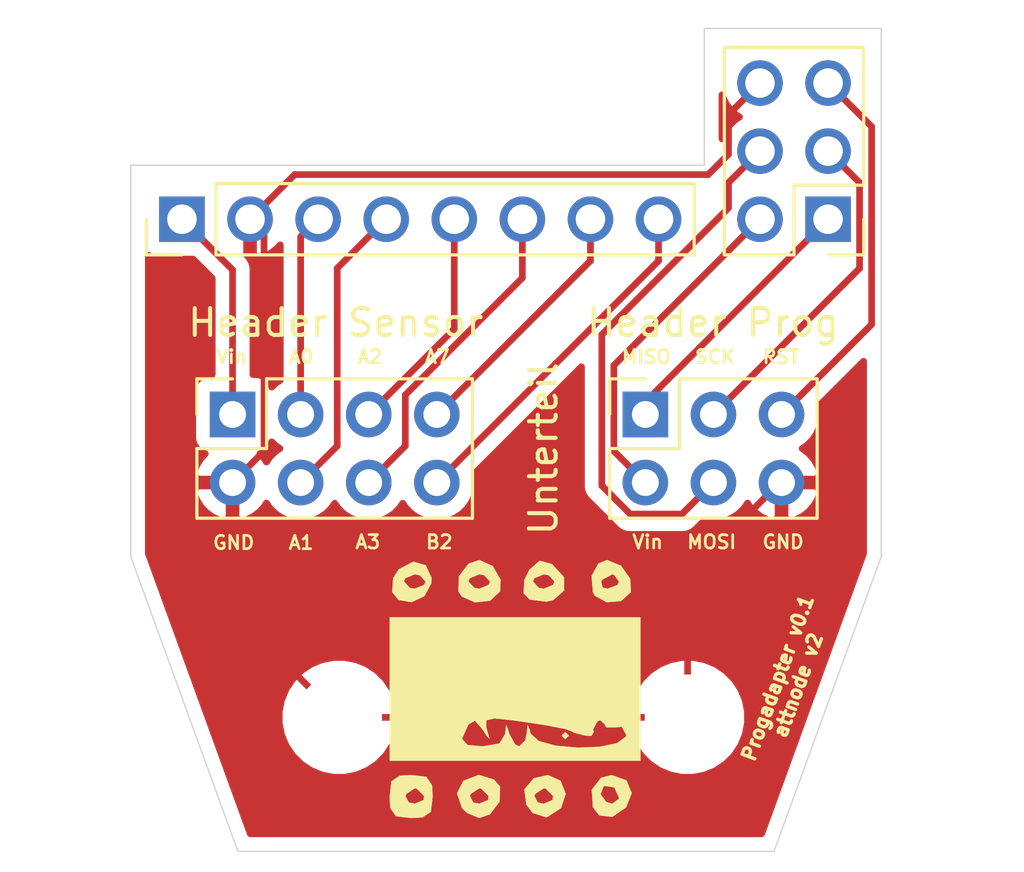
<source format=kicad_pcb>
(kicad_pcb (version 20171130) (host pcbnew "(5.1.8)-1")

  (general
    (thickness 1.6)
    (drawings 24)
    (tracks 50)
    (zones 0)
    (modules 7)
    (nets 14)
  )

  (page A4)
  (layers
    (0 F.Cu signal)
    (31 B.Cu signal)
    (32 B.Adhes user)
    (33 F.Adhes user)
    (34 B.Paste user)
    (35 F.Paste user)
    (36 B.SilkS user)
    (37 F.SilkS user)
    (38 B.Mask user)
    (39 F.Mask user)
    (40 Dwgs.User user)
    (41 Cmts.User user)
    (42 Eco1.User user)
    (43 Eco2.User user hide)
    (44 Edge.Cuts user)
    (45 Margin user)
    (46 B.CrtYd user)
    (47 F.CrtYd user)
    (48 B.Fab user)
    (49 F.Fab user)
  )

  (setup
    (last_trace_width 0.25)
    (trace_clearance 0.2)
    (zone_clearance 0.508)
    (zone_45_only no)
    (trace_min 0.2)
    (via_size 0.8)
    (via_drill 0.4)
    (via_min_size 0.4)
    (via_min_drill 0.3)
    (uvia_size 0.3)
    (uvia_drill 0.1)
    (uvias_allowed no)
    (uvia_min_size 0.2)
    (uvia_min_drill 0.1)
    (edge_width 0.05)
    (segment_width 0.2)
    (pcb_text_width 0.3)
    (pcb_text_size 1.5 1.5)
    (mod_edge_width 0.12)
    (mod_text_size 1 1)
    (mod_text_width 0.15)
    (pad_size 3.2 3.2)
    (pad_drill 3.2)
    (pad_to_mask_clearance 0.051)
    (solder_mask_min_width 0.25)
    (aux_axis_origin 0 0)
    (visible_elements 7FFFFFFF)
    (pcbplotparams
      (layerselection 0x010fc_ffffffff)
      (usegerberextensions false)
      (usegerberattributes false)
      (usegerberadvancedattributes false)
      (creategerberjobfile false)
      (excludeedgelayer true)
      (linewidth 0.100000)
      (plotframeref false)
      (viasonmask false)
      (mode 1)
      (useauxorigin false)
      (hpglpennumber 1)
      (hpglpenspeed 20)
      (hpglpendiameter 15.000000)
      (psnegative false)
      (psa4output false)
      (plotreference true)
      (plotvalue true)
      (plotinvisibletext false)
      (padsonsilk false)
      (subtractmaskfromsilk false)
      (outputformat 1)
      (mirror false)
      (drillshape 0)
      (scaleselection 1)
      (outputdirectory "Gerber/"))
  )

  (net 0 "")
  (net 1 GND)
  (net 2 B2)
  (net 3 A7)
  (net 4 A3)
  (net 5 A2)
  (net 6 A1)
  (net 7 A0)
  (net 8 Vin)
  (net 9 PRG_Vin)
  (net 10 MISO)
  (net 11 MOSI)
  (net 12 SCK)
  (net 13 RST)

  (net_class Default "Dies ist die voreingestellte Netzklasse."
    (clearance 0.2)
    (trace_width 0.25)
    (via_dia 0.8)
    (via_drill 0.4)
    (uvia_dia 0.3)
    (uvia_drill 0.1)
    (add_net A0)
    (add_net A1)
    (add_net A2)
    (add_net A3)
    (add_net A7)
    (add_net B2)
    (add_net GND)
    (add_net MISO)
    (add_net MOSI)
    (add_net PRG_Vin)
    (add_net RST)
    (add_net SCK)
    (add_net Vin)
  )

  (module MountingHole:MountingHole_3.2mm_M3_DIN965 (layer F.Cu) (tedit 5FB16C0F) (tstamp 5FB22D09)
    (at 63.6778 83.1342)
    (descr "Mounting Hole 3.2mm, no annular, M3, DIN965")
    (tags "mounting hole 3.2mm no annular m3 din965")
    (attr virtual)
    (fp_text reference REF** (at 0 -3.8) (layer F.SilkS) hide
      (effects (font (size 1 1) (thickness 0.15)))
    )
    (fp_text value MountingHole_3.2mm_M3_DIN965 (at 0 3.8) (layer F.Fab)
      (effects (font (size 1 1) (thickness 0.15)))
    )
    (fp_circle (center 0 0) (end 2.8 0) (layer Cmts.User) (width 0.15))
    (fp_circle (center 0 0) (end 3.05 0) (layer F.CrtYd) (width 0.05))
    (fp_text user %R (at 0.3 0) (layer F.Fab)
      (effects (font (size 1 1) (thickness 0.15)))
    )
    (pad "" np_thru_hole circle (at 0.0982 -0.0342) (size 3.2 3.2) (drill 3.2) (layers *.Cu *.Mask))
  )

  (module MountingHole:MountingHole_3.2mm_M3_DIN965 (layer F.Cu) (tedit 56D1B4CB) (tstamp 5FB22CDE)
    (at 76.776 83.1)
    (descr "Mounting Hole 3.2mm, no annular, M3, DIN965")
    (tags "mounting hole 3.2mm no annular m3 din965")
    (attr virtual)
    (fp_text reference REF** (at 0 -3.8) (layer F.SilkS) hide
      (effects (font (size 1 1) (thickness 0.15)))
    )
    (fp_text value MountingHole_3.2mm_M3_DIN965 (at 0 3.8) (layer F.Fab)
      (effects (font (size 1 1) (thickness 0.15)))
    )
    (fp_circle (center 0 0) (end 2.8 0) (layer Cmts.User) (width 0.15))
    (fp_circle (center 0 0) (end 3.05 0) (layer F.CrtYd) (width 0.05))
    (fp_text user %R (at 0.3 0) (layer F.Fab)
      (effects (font (size 1 1) (thickness 0.15)))
    )
    (pad 1 np_thru_hole circle (at 0 0) (size 3.2 3.2) (drill 3.2) (layers *.Cu *.Mask))
  )

  (module "Logo Attno.de:Logo_druck" (layer F.Cu) (tedit 0) (tstamp 5FB21F7B)
    (at 70.2056 82.042)
    (fp_text reference G*** (at 0 0) (layer F.SilkS) hide
      (effects (font (size 1.524 1.524) (thickness 0.3)))
    )
    (fp_text value LOGO (at 0.75 0) (layer F.SilkS) hide
      (effects (font (size 1.524 1.524) (thickness 0.3)))
    )
    (fp_poly (pts (xy 2.138947 1.737895) (xy 2.005263 1.871579) (xy 1.871578 1.737895) (xy 2.005263 1.60421)
      (xy 2.138947 1.737895)) (layer F.SilkS) (width 0.01))
    (fp_poly (pts (xy 4.089816 -4.595979) (xy 4.434735 -4.1028) (xy 4.449882 -3.612879) (xy 4.088167 -3.2809)
      (xy 3.55026 -3.237404) (xy 3.109036 -3.48305) (xy 3.03774 -3.609474) (xy 3.005379 -4.010526)
      (xy 3.342105 -4.010526) (xy 3.402717 -3.781632) (xy 3.593694 -3.743158) (xy 3.959511 -3.882751)
      (xy 4.010526 -4.010526) (xy 3.818628 -4.270242) (xy 3.758937 -4.277895) (xy 3.39683 -4.083545)
      (xy 3.342105 -4.010526) (xy 3.005379 -4.010526) (xy 2.988838 -4.215517) (xy 3.2409 -4.683255)
      (xy 3.568344 -4.812632) (xy 4.089816 -4.595979)) (layer F.SilkS) (width 0.01))
    (fp_poly (pts (xy 1.497215 -4.664621) (xy 1.521708 -4.649808) (xy 1.958071 -4.173721) (xy 1.961382 -3.672715)
      (xy 1.558773 -3.320009) (xy 1.304155 -3.2608) (xy 0.68795 -3.334446) (xy 0.453572 -3.569022)
      (xy 0.476776 -4.010526) (xy 0.802105 -4.010526) (xy 1.018662 -3.773323) (xy 1.203157 -3.743158)
      (xy 1.558963 -3.887529) (xy 1.60421 -4.010526) (xy 1.387653 -4.24773) (xy 1.203157 -4.277895)
      (xy 0.847352 -4.133524) (xy 0.802105 -4.010526) (xy 0.476776 -4.010526) (xy 0.480169 -4.075083)
      (xy 0.671125 -4.452433) (xy 1.053407 -4.785038) (xy 1.497215 -4.664621)) (layer F.SilkS) (width 0.01))
    (fp_poly (pts (xy -0.698937 -4.587399) (xy -0.404882 -4.076307) (xy -0.425046 -3.643362) (xy -0.795864 -3.295983)
      (xy -1.358492 -3.230802) (xy -1.850527 -3.44782) (xy -1.981271 -3.643362) (xy -1.968038 -4.010526)
      (xy -1.604211 -4.010526) (xy -1.387654 -3.773323) (xy -1.203158 -3.743158) (xy -0.847353 -3.887529)
      (xy -0.802106 -4.010526) (xy -1.018663 -4.24773) (xy -1.203158 -4.277895) (xy -1.558964 -4.133524)
      (xy -1.604211 -4.010526) (xy -1.968038 -4.010526) (xy -1.960981 -4.206313) (xy -1.604019 -4.673505)
      (xy -1.203158 -4.812632) (xy -0.698937 -4.587399)) (layer F.SilkS) (width 0.01))
    (fp_poly (pts (xy -3.196971 -4.616923) (xy -2.979926 -4.140395) (xy -2.989143 -3.94488) (xy -3.252289 -3.462408)
      (xy -3.731266 -3.239198) (xy -4.214277 -3.323615) (xy -4.449336 -3.611454) (xy -4.423182 -4.010526)
      (xy -4.010527 -4.010526) (xy -3.79397 -3.773323) (xy -3.609474 -3.743158) (xy -3.253669 -3.887529)
      (xy -3.208422 -4.010526) (xy -3.424979 -4.24773) (xy -3.609474 -4.277895) (xy -3.96528 -4.133524)
      (xy -4.010527 -4.010526) (xy -4.423182 -4.010526) (xy -4.414565 -4.142002) (xy -4.201504 -4.468872)
      (xy -3.662664 -4.7517) (xy -3.196971 -4.616923)) (layer F.SilkS) (width 0.01))
    (fp_poly (pts (xy 4.812631 2.673684) (xy -4.545264 2.673684) (xy -4.545264 1.85671) (xy -1.84514 1.85671)
      (xy -1.640977 2.086836) (xy -1.069474 2.138947) (xy -0.449193 2.032284) (xy -0.236914 1.678869)
      (xy -0.236354 1.671053) (xy -0.199008 1.341536) (xy -0.120086 1.531401) (xy -0.083065 1.671053)
      (xy 0.137174 2.067551) (xy 0.286972 2.138947) (xy 0.512231 1.91694) (xy 0.565751 1.671053)
      (xy 0.603097 1.341536) (xy 0.682019 1.531401) (xy 0.71904 1.671053) (xy 1.023883 1.942669)
      (xy 1.661629 2.1152) (xy 2.468428 2.186887) (xy 3.280431 2.155969) (xy 3.933785 2.020685)
      (xy 4.264641 1.779275) (xy 4.277894 1.709289) (xy 4.113499 1.405706) (xy 3.876842 1.43353)
      (xy 3.532945 1.431665) (xy 3.475789 1.312671) (xy 3.31091 1.162077) (xy 3.204059 1.205853)
      (xy 3.040408 1.51151) (xy 3.071649 1.599214) (xy 2.983308 1.745726) (xy 2.741799 1.73488)
      (xy 2.344973 1.633411) (xy 2.272631 1.590545) (xy 2.017938 1.492766) (xy 1.298922 1.353099)
      (xy 0.183184 1.184476) (xy 0.064366 1.16815) (xy -0.638136 1.095906) (xy -0.934809 1.164674)
      (xy -0.945218 1.415944) (xy -0.918078 1.509049) (xy -0.821817 1.851758) (xy -0.926927 1.742986)
      (xy -1.080524 1.50529) (xy -1.365887 1.180679) (xy -1.595147 1.317081) (xy -1.631354 1.371606)
      (xy -1.84514 1.85671) (xy -4.545264 1.85671) (xy -4.545264 -2.673684) (xy 4.812631 -2.673684)
      (xy 4.812631 2.673684)) (layer F.SilkS) (width 0.01))
    (fp_poly (pts (xy 4.289104 3.40888) (xy 4.485854 3.883973) (xy 4.275068 4.414984) (xy 3.760298 4.770967)
      (xy 3.272011 4.712338) (xy 3.03774 4.411579) (xy 3.005955 3.923658) (xy 3.321753 3.923658)
      (xy 3.535729 4.214069) (xy 3.758937 4.277895) (xy 4.005698 4.098505) (xy 4.010526 4.055088)
      (xy 3.836112 3.667614) (xy 3.47406 3.613807) (xy 3.434135 3.635217) (xy 3.321753 3.923658)
      (xy 3.005955 3.923658) (xy 2.995131 3.757507) (xy 3.340792 3.309889) (xy 3.743157 3.208421)
      (xy 4.289104 3.40888)) (layer F.SilkS) (width 0.01))
    (fp_poly (pts (xy 1.830489 3.420844) (xy 2.023085 3.906185) (xy 1.850749 4.436547) (xy 1.843454 4.445467)
      (xy 1.308609 4.788602) (xy 0.789363 4.623462) (xy 0.556657 4.318854) (xy 0.512481 3.990474)
      (xy 0.85335 3.990474) (xy 0.982414 4.234271) (xy 1.203157 4.277895) (xy 1.535916 4.142232)
      (xy 1.552964 3.990474) (xy 1.276938 3.714239) (xy 1.203157 3.703053) (xy 0.889659 3.911204)
      (xy 0.85335 3.990474) (xy 0.512481 3.990474) (xy 0.479001 3.74161) (xy 0.834794 3.328056)
      (xy 1.36171 3.208421) (xy 1.830489 3.420844)) (layer F.SilkS) (width 0.01))
    (fp_poly (pts (xy -0.654718 3.377959) (xy -0.425046 3.643362) (xy -0.445336 4.206313) (xy -0.802298 4.673505)
      (xy -1.203158 4.812632) (xy -1.650245 4.625796) (xy -1.843455 4.445467) (xy -1.999823 3.990474)
      (xy -1.552965 3.990474) (xy -1.423901 4.234271) (xy -1.203158 4.277895) (xy -0.870399 4.142232)
      (xy -0.853351 3.990474) (xy -1.129378 3.714239) (xy -1.203158 3.703053) (xy -1.516657 3.911204)
      (xy -1.552965 3.990474) (xy -1.999823 3.990474) (xy -2.031887 3.897179) (xy -1.795855 3.42208)
      (xy -1.233012 3.208837) (xy -1.203158 3.208421) (xy -0.654718 3.377959)) (layer F.SilkS) (width 0.01))
    (fp_poly (pts (xy -3.175028 3.274671) (xy -2.965626 3.587178) (xy -2.941053 4.010526) (xy -3.007304 4.578657)
      (xy -3.319811 4.788059) (xy -3.743158 4.812632) (xy -4.311289 4.746381) (xy -4.520691 4.433874)
      (xy -4.545264 4.010526) (xy -4.542926 3.990474) (xy -3.959281 3.990474) (xy -3.830217 4.234271)
      (xy -3.609474 4.277895) (xy -3.276715 4.142232) (xy -3.259667 3.990474) (xy -3.535693 3.714239)
      (xy -3.609474 3.703053) (xy -3.922973 3.911204) (xy -3.959281 3.990474) (xy -4.542926 3.990474)
      (xy -4.479013 3.442395) (xy -4.166506 3.232994) (xy -3.743158 3.208421) (xy -3.175028 3.274671)) (layer F.SilkS) (width 0.01))
  )

  (module Connector_PinHeader_2.54mm:PinHeader_2x03_P2.54mm_Vertical (layer F.Cu) (tedit 5FB1263A) (tstamp 5E2A4CBB)
    (at 82.0166 64.516 180)
    (descr "Through hole straight pin header, 2x03, 2.54mm pitch, double rows")
    (tags "Through hole pin header THT 2x03 2.54mm double row")
    (path /5D69C5BF)
    (fp_text reference PRG-Out1 (at 1.27 -1.9304) (layer F.SilkS) hide
      (effects (font (size 0.8 0.8) (thickness 0.1)))
    )
    (fp_text value PRG (at 1.27 7.41) (layer F.Fab) hide
      (effects (font (size 1 1) (thickness 0.15)))
    )
    (fp_line (start 4.35 -1.8) (end -1.8 -1.8) (layer F.CrtYd) (width 0.05))
    (fp_line (start 4.35 6.85) (end 4.35 -1.8) (layer F.CrtYd) (width 0.05))
    (fp_line (start -1.8 6.85) (end 4.35 6.85) (layer F.CrtYd) (width 0.05))
    (fp_line (start -1.8 -1.8) (end -1.8 6.85) (layer F.CrtYd) (width 0.05))
    (fp_line (start -1.33 -1.33) (end 0 -1.33) (layer F.SilkS) (width 0.12))
    (fp_line (start -1.33 0) (end -1.33 -1.33) (layer F.SilkS) (width 0.12))
    (fp_line (start 1.27 -1.33) (end 3.87 -1.33) (layer F.SilkS) (width 0.12))
    (fp_line (start 1.27 1.27) (end 1.27 -1.33) (layer F.SilkS) (width 0.12))
    (fp_line (start -1.33 1.27) (end 1.27 1.27) (layer F.SilkS) (width 0.12))
    (fp_line (start 3.87 -1.33) (end 3.87 6.41) (layer F.SilkS) (width 0.12))
    (fp_line (start -1.33 1.27) (end -1.33 6.41) (layer F.SilkS) (width 0.12))
    (fp_line (start -1.33 6.41) (end 3.87 6.41) (layer F.SilkS) (width 0.12))
    (fp_line (start -1.27 0) (end 0 -1.27) (layer F.Fab) (width 0.1))
    (fp_line (start -1.27 6.35) (end -1.27 0) (layer F.Fab) (width 0.1))
    (fp_line (start 3.81 6.35) (end -1.27 6.35) (layer F.Fab) (width 0.1))
    (fp_line (start 3.81 -1.27) (end 3.81 6.35) (layer F.Fab) (width 0.1))
    (fp_line (start 0 -1.27) (end 3.81 -1.27) (layer F.Fab) (width 0.1))
    (fp_text user %R (at 1.27 2.54 180) (layer F.Fab) hide
      (effects (font (size 1 1) (thickness 0.15)))
    )
    (pad 6 thru_hole oval (at 2.54 5.08 180) (size 1.7 1.7) (drill 1.1) (layers *.Cu *.Mask)
      (net 1 GND))
    (pad 5 thru_hole oval (at 0 5.08 180) (size 1.7 1.7) (drill 1.1) (layers *.Cu *.Mask)
      (net 13 RST))
    (pad 4 thru_hole oval (at 2.54 2.54 180) (size 1.7 1.7) (drill 1.1) (layers *.Cu *.Mask)
      (net 11 MOSI))
    (pad 3 thru_hole oval (at 0 2.54 180) (size 1.7 1.7) (drill 1.1) (layers *.Cu *.Mask)
      (net 12 SCK))
    (pad 2 thru_hole oval (at 2.54 0 180) (size 1.7 1.7) (drill 1.1) (layers *.Cu *.Mask)
      (net 9 PRG_Vin))
    (pad 1 thru_hole rect (at 0 0 180) (size 1.7 1.7) (drill 1.1) (layers *.Cu *.Mask)
      (net 10 MISO))
  )

  (module Connector_PinSocket_2.54mm:PinSocket_2x03_P2.54mm_Vertical (layer F.Cu) (tedit 5A19A425) (tstamp 5FB10B53)
    (at 75.2 71.8 90)
    (descr "Through hole straight socket strip, 2x03, 2.54mm pitch, double cols (from Kicad 4.0.7), script generated")
    (tags "Through hole socket strip THT 2x03 2.54mm double row")
    (path /5FB3D82C)
    (fp_text reference "Header Prog" (at 3.4232 2.524 180) (layer F.SilkS)
      (effects (font (size 1 1) (thickness 0.15)))
    )
    (fp_text value Connector:Conn_01x14_Female (at -1.27 7.85 90) (layer F.Fab) hide
      (effects (font (size 1 1) (thickness 0.15)))
    )
    (fp_line (start -4.34 6.85) (end -4.34 -1.8) (layer F.CrtYd) (width 0.05))
    (fp_line (start 1.76 6.85) (end -4.34 6.85) (layer F.CrtYd) (width 0.05))
    (fp_line (start 1.76 -1.8) (end 1.76 6.85) (layer F.CrtYd) (width 0.05))
    (fp_line (start -4.34 -1.8) (end 1.76 -1.8) (layer F.CrtYd) (width 0.05))
    (fp_line (start 0 -1.33) (end 1.33 -1.33) (layer F.SilkS) (width 0.12))
    (fp_line (start 1.33 -1.33) (end 1.33 0) (layer F.SilkS) (width 0.12))
    (fp_line (start -1.27 -1.33) (end -1.27 1.27) (layer F.SilkS) (width 0.12))
    (fp_line (start -1.27 1.27) (end 1.33 1.27) (layer F.SilkS) (width 0.12))
    (fp_line (start 1.33 1.27) (end 1.33 6.41) (layer F.SilkS) (width 0.12))
    (fp_line (start -3.87 6.41) (end 1.33 6.41) (layer F.SilkS) (width 0.12))
    (fp_line (start -3.87 -1.33) (end -3.87 6.41) (layer F.SilkS) (width 0.12))
    (fp_line (start -3.87 -1.33) (end -1.27 -1.33) (layer F.SilkS) (width 0.12))
    (fp_line (start -3.81 6.35) (end -3.81 -1.27) (layer F.Fab) (width 0.1))
    (fp_line (start 1.27 6.35) (end -3.81 6.35) (layer F.Fab) (width 0.1))
    (fp_line (start 1.27 -0.27) (end 1.27 6.35) (layer F.Fab) (width 0.1))
    (fp_line (start 0.27 -1.27) (end 1.27 -0.27) (layer F.Fab) (width 0.1))
    (fp_line (start -3.81 -1.27) (end 0.27 -1.27) (layer F.Fab) (width 0.1))
    (fp_text user %R (at -1.27 2.54) (layer F.Fab)
      (effects (font (size 1 1) (thickness 0.15)))
    )
    (pad 1 thru_hole rect (at 0 0 90) (size 1.7 1.7) (drill 1) (layers *.Cu *.Mask)
      (net 10 MISO))
    (pad 2 thru_hole oval (at -2.54 0 90) (size 1.7 1.7) (drill 1) (layers *.Cu *.Mask)
      (net 9 PRG_Vin))
    (pad 3 thru_hole oval (at 0 2.54 90) (size 1.7 1.7) (drill 1) (layers *.Cu *.Mask)
      (net 12 SCK))
    (pad 4 thru_hole oval (at -2.54 2.54 90) (size 1.7 1.7) (drill 1) (layers *.Cu *.Mask)
      (net 11 MOSI))
    (pad 5 thru_hole oval (at 0 5.08 90) (size 1.7 1.7) (drill 1) (layers *.Cu *.Mask)
      (net 13 RST))
    (pad 6 thru_hole oval (at -2.54 5.08 90) (size 1.7 1.7) (drill 1) (layers *.Cu *.Mask)
      (net 1 GND))
  )

  (module Connector_PinHeader_2.54mm:PinHeader_1x08_P2.54mm_Vertical (layer F.Cu) (tedit 5FB12615) (tstamp 5E2A8742)
    (at 57.912 64.516 90)
    (descr "Through hole straight pin header, 1x08, 2.54mm pitch, single row")
    (tags "Through hole pin header THT 1x08 2.54mm single row")
    (path /5D68DC89)
    (fp_text reference J1 (at 1.8923 -0.0381) (layer F.SilkS) hide
      (effects (font (size 0.8 0.8) (thickness 0.1)))
    )
    (fp_text value J1 (at 0 20.11 90) (layer F.Fab) hide
      (effects (font (size 1 1) (thickness 0.15)))
    )
    (fp_line (start 1.8 -1.8) (end -1.8 -1.8) (layer F.CrtYd) (width 0.05))
    (fp_line (start 1.8 19.55) (end 1.8 -1.8) (layer F.CrtYd) (width 0.05))
    (fp_line (start -1.8 19.55) (end 1.8 19.55) (layer F.CrtYd) (width 0.05))
    (fp_line (start -1.8 -1.8) (end -1.8 19.55) (layer F.CrtYd) (width 0.05))
    (fp_line (start -1.33 -1.33) (end 0 -1.33) (layer F.SilkS) (width 0.12))
    (fp_line (start -1.33 0) (end -1.33 -1.33) (layer F.SilkS) (width 0.12))
    (fp_line (start -1.33 1.27) (end 1.33 1.27) (layer F.SilkS) (width 0.12))
    (fp_line (start 1.33 1.27) (end 1.33 19.11) (layer F.SilkS) (width 0.12))
    (fp_line (start -1.33 1.27) (end -1.33 19.11) (layer F.SilkS) (width 0.12))
    (fp_line (start -1.33 19.11) (end 1.33 19.11) (layer F.SilkS) (width 0.12))
    (fp_line (start -1.27 -0.635) (end -0.635 -1.27) (layer F.Fab) (width 0.1))
    (fp_line (start -1.27 19.05) (end -1.27 -0.635) (layer F.Fab) (width 0.1))
    (fp_line (start 1.27 19.05) (end -1.27 19.05) (layer F.Fab) (width 0.1))
    (fp_line (start 1.27 -1.27) (end 1.27 19.05) (layer F.Fab) (width 0.1))
    (fp_line (start -0.635 -1.27) (end 1.27 -1.27) (layer F.Fab) (width 0.1))
    (fp_text user %R (at 0 8.89) (layer F.Fab) hide
      (effects (font (size 1 1) (thickness 0.15)))
    )
    (pad 8 thru_hole oval (at 0 17.78 90) (size 1.7 1.7) (drill 1.1) (layers *.Cu *.Mask)
      (net 2 B2))
    (pad 7 thru_hole oval (at 0 15.24 90) (size 1.7 1.7) (drill 1.1) (layers *.Cu *.Mask)
      (net 3 A7))
    (pad 6 thru_hole oval (at 0 12.7 90) (size 1.7 1.7) (drill 1.1) (layers *.Cu *.Mask)
      (net 4 A3))
    (pad 5 thru_hole oval (at 0 10.16 90) (size 1.7 1.7) (drill 1.1) (layers *.Cu *.Mask)
      (net 5 A2))
    (pad 4 thru_hole oval (at 0 7.62 90) (size 1.7 1.7) (drill 1.1) (layers *.Cu *.Mask)
      (net 6 A1))
    (pad 3 thru_hole oval (at 0 5.08 90) (size 1.7 1.7) (drill 1.1) (layers *.Cu *.Mask)
      (net 7 A0))
    (pad 2 thru_hole oval (at 0 2.54 90) (size 1.7 1.7) (drill 1.1) (layers *.Cu *.Mask)
      (net 1 GND))
    (pad 1 thru_hole rect (at 0 0 90) (size 1.7 1.7) (drill 1.1) (layers *.Cu *.Mask)
      (net 8 Vin))
  )

  (module Connector_PinSocket_2.54mm:PinSocket_2x04_P2.54mm_Vertical (layer F.Cu) (tedit 5A19A422) (tstamp 5FB12780)
    (at 59.8 71.8 90)
    (descr "Through hole straight socket strip, 2x04, 2.54mm pitch, double cols (from Kicad 4.0.7), script generated")
    (tags "Through hole socket strip THT 2x04 2.54mm double row")
    (path /5FB110AB)
    (fp_text reference "Header Sensor" (at 3.4232 3.8524 180) (layer F.SilkS)
      (effects (font (size 1 1) (thickness 0.15)))
    )
    (fp_text value Connector:Conn_01x14_Female (at -1.27 10.39 90) (layer F.Fab)
      (effects (font (size 1 1) (thickness 0.15)))
    )
    (fp_line (start -3.81 -1.27) (end 0.27 -1.27) (layer F.Fab) (width 0.1))
    (fp_line (start 0.27 -1.27) (end 1.27 -0.27) (layer F.Fab) (width 0.1))
    (fp_line (start 1.27 -0.27) (end 1.27 8.89) (layer F.Fab) (width 0.1))
    (fp_line (start 1.27 8.89) (end -3.81 8.89) (layer F.Fab) (width 0.1))
    (fp_line (start -3.81 8.89) (end -3.81 -1.27) (layer F.Fab) (width 0.1))
    (fp_line (start -3.87 -1.33) (end -1.27 -1.33) (layer F.SilkS) (width 0.12))
    (fp_line (start -3.87 -1.33) (end -3.87 8.95) (layer F.SilkS) (width 0.12))
    (fp_line (start -3.87 8.95) (end 1.33 8.95) (layer F.SilkS) (width 0.12))
    (fp_line (start 1.33 1.27) (end 1.33 8.95) (layer F.SilkS) (width 0.12))
    (fp_line (start -1.27 1.27) (end 1.33 1.27) (layer F.SilkS) (width 0.12))
    (fp_line (start -1.27 -1.33) (end -1.27 1.27) (layer F.SilkS) (width 0.12))
    (fp_line (start 1.33 -1.33) (end 1.33 0) (layer F.SilkS) (width 0.12))
    (fp_line (start 0 -1.33) (end 1.33 -1.33) (layer F.SilkS) (width 0.12))
    (fp_line (start -4.34 -1.8) (end 1.76 -1.8) (layer F.CrtYd) (width 0.05))
    (fp_line (start 1.76 -1.8) (end 1.76 9.4) (layer F.CrtYd) (width 0.05))
    (fp_line (start 1.76 9.4) (end -4.34 9.4) (layer F.CrtYd) (width 0.05))
    (fp_line (start -4.34 9.4) (end -4.34 -1.8) (layer F.CrtYd) (width 0.05))
    (fp_text user %R (at -1.27 3.81) (layer F.Fab)
      (effects (font (size 1 1) (thickness 0.15)))
    )
    (pad 1 thru_hole rect (at 0 0 90) (size 1.7 1.7) (drill 1) (layers *.Cu *.Mask)
      (net 8 Vin))
    (pad 2 thru_hole oval (at -2.54 0 90) (size 1.7 1.7) (drill 1) (layers *.Cu *.Mask)
      (net 1 GND))
    (pad 3 thru_hole oval (at 0 2.54 90) (size 1.7 1.7) (drill 1) (layers *.Cu *.Mask)
      (net 7 A0))
    (pad 4 thru_hole oval (at -2.54 2.54 90) (size 1.7 1.7) (drill 1) (layers *.Cu *.Mask)
      (net 6 A1))
    (pad 5 thru_hole oval (at 0 5.08 90) (size 1.7 1.7) (drill 1) (layers *.Cu *.Mask)
      (net 5 A2))
    (pad 6 thru_hole oval (at -2.54 5.08 90) (size 1.7 1.7) (drill 1) (layers *.Cu *.Mask)
      (net 4 A3))
    (pad 7 thru_hole oval (at 0 7.62 90) (size 1.7 1.7) (drill 1) (layers *.Cu *.Mask)
      (net 3 A7))
    (pad 8 thru_hole oval (at -2.54 7.62 90) (size 1.7 1.7) (drill 1) (layers *.Cu *.Mask)
      (net 2 B2))
  )

  (gr_text GND (at 80.3402 76.5556) (layer F.SilkS) (tstamp 5FB16EDB)
    (effects (font (size 0.5 0.5) (thickness 0.1)))
  )
  (gr_text MOSI (at 77.6732 76.5556) (layer F.SilkS) (tstamp 5FB16EB5)
    (effects (font (size 0.5 0.5) (thickness 0.1)))
  )
  (gr_text RST (at 80.264 69.6468) (layer F.SilkS) (tstamp 5FB16E9E)
    (effects (font (size 0.5 0.5) (thickness 0.1)))
  )
  (gr_text SCK (at 77.8002 69.6468) (layer F.SilkS) (tstamp 5FB16E89)
    (effects (font (size 0.5 0.5) (thickness 0.1)))
  )
  (gr_text B2 (at 67.5132 76.5556) (layer F.SilkS) (tstamp 5FB16E41)
    (effects (font (size 0.5 0.5) (thickness 0.1)))
  )
  (gr_text A3 (at 64.8462 76.5556) (layer F.SilkS) (tstamp 5FB16E3D)
    (effects (font (size 0.5 0.5) (thickness 0.1)))
  )
  (gr_text A1 (at 62.357 76.581) (layer F.SilkS) (tstamp 5FB16E10)
    (effects (font (size 0.5 0.5) (thickness 0.1)))
  )
  (gr_text A7 (at 67.437 69.6468) (layer F.SilkS) (tstamp 5FB16DF1)
    (effects (font (size 0.5 0.5) (thickness 0.1)))
  )
  (gr_text A2 (at 64.9224 69.6468) (layer F.SilkS) (tstamp 5FB16DEF)
    (effects (font (size 0.5 0.5) (thickness 0.1)))
  )
  (gr_text GND (at 59.8424 76.581) (layer F.SilkS) (tstamp 5FB21ACA)
    (effects (font (size 0.5 0.5) (thickness 0.1)))
  )
  (gr_text Vin (at 75.2856 76.5556) (layer F.SilkS) (tstamp 5FB21B18)
    (effects (font (size 0.5 0.5) (thickness 0.1)))
  )
  (gr_text MISO (at 75.2348 69.6468) (layer F.SilkS) (tstamp 5FB21AF8)
    (effects (font (size 0.5 0.5) (thickness 0.1)))
  )
  (gr_text A0 (at 62.357 69.6468) (layer F.SilkS) (tstamp 5FB21AD0)
    (effects (font (size 0.5 0.5) (thickness 0.1)))
  )
  (gr_text Vin (at 59.7662 69.6468) (layer F.SilkS)
    (effects (font (size 0.5 0.5) (thickness 0.1)))
  )
  (gr_text "Progadapter v0.1\nattnode v2" (at 80.518 81.7626 70) (layer F.SilkS)
    (effects (font (size 0.5 0.5) (thickness 0.125)))
  )
  (gr_text Unterteil (at 71.3994 73.0758 90) (layer F.SilkS)
    (effects (font (size 1 1) (thickness 0.15)))
  )
  (gr_line (start 77.4 62.5) (end 77.4 57.4) (layer Edge.Cuts) (width 0.05))
  (gr_line (start 56 62.5) (end 77.4 62.5) (layer Edge.Cuts) (width 0.05))
  (gr_line (start 84 57.4) (end 77.4 57.4) (layer Edge.Cuts) (width 0.05))
  (gr_line (start 56 77.1) (end 56 62.5) (layer Edge.Cuts) (width 0.05) (tstamp 5FB1788D))
  (gr_line (start 84 77.1) (end 84 57.4) (layer Edge.Cuts) (width 0.05))
  (gr_line (start 56 77.1) (end 60 88.1) (layer Edge.Cuts) (width 0.05))
  (gr_line (start 80 88.1) (end 84 77.1) (layer Edge.Cuts) (width 0.05))
  (gr_line (start 60 88.1) (end 80 88.1) (layer Edge.Cuts) (width 0.05))

  (segment (start 80.28 74.34) (end 80.219 74.34) (width 0.25) (layer F.Cu) (net 1))
  (segment (start 76.776 77.783) (end 76.776 83.1) (width 0.25) (layer F.Cu) (net 1))
  (segment (start 80.219 74.34) (end 76.776 77.783) (width 0.25) (layer F.Cu) (net 1))
  (segment (start 76.776 83.1) (end 63.776 83.1) (width 0.25) (layer F.Cu) (net 1))
  (segment (start 60.975001 73.164999) (end 59.8 74.34) (width 0.25) (layer F.Cu) (net 1))
  (segment (start 60.975001 65.039001) (end 60.975001 73.164999) (width 0.25) (layer F.Cu) (net 1))
  (segment (start 60.452 64.516) (end 60.975001 65.039001) (width 0.25) (layer F.Cu) (net 1))
  (segment (start 59.8 79.124) (end 63.776 83.1) (width 0.25) (layer F.Cu) (net 1))
  (segment (start 59.8 74.34) (end 59.8 79.124) (width 0.25) (layer F.Cu) (net 1))
  (segment (start 78.301599 60.611001) (end 79.4766 59.436) (width 0.25) (layer F.Cu) (net 1))
  (segment (start 78.301599 62.093389) (end 78.301599 60.611001) (width 0.25) (layer F.Cu) (net 1))
  (segment (start 77.544978 62.85001) (end 78.301599 62.093389) (width 0.25) (layer F.Cu) (net 1))
  (segment (start 62.11799 62.85001) (end 77.544978 62.85001) (width 0.25) (layer F.Cu) (net 1))
  (segment (start 60.452 64.516) (end 62.11799 62.85001) (width 0.25) (layer F.Cu) (net 1))
  (segment (start 75.692 66.068) (end 75.692 64.516) (width 0.25) (layer F.Cu) (net 2))
  (segment (start 67.42 74.34) (end 75.692 66.068) (width 0.25) (layer F.Cu) (net 2))
  (segment (start 73.152 66.068) (end 73.152 64.516) (width 0.25) (layer F.Cu) (net 3))
  (segment (start 67.42 71.8) (end 73.152 66.068) (width 0.25) (layer F.Cu) (net 3))
  (segment (start 70.612 66.70441) (end 70.612 64.516) (width 0.25) (layer F.Cu) (net 4))
  (segment (start 66.244999 71.071411) (end 70.612 66.70441) (width 0.25) (layer F.Cu) (net 4))
  (segment (start 66.244999 72.975001) (end 66.244999 71.071411) (width 0.25) (layer F.Cu) (net 4))
  (segment (start 64.88 74.34) (end 66.244999 72.975001) (width 0.25) (layer F.Cu) (net 4))
  (segment (start 68.072 68.608) (end 64.88 71.8) (width 0.25) (layer F.Cu) (net 5))
  (segment (start 68.072 64.516) (end 68.072 68.608) (width 0.25) (layer F.Cu) (net 5))
  (segment (start 63.704999 66.343001) (end 65.532 64.516) (width 0.25) (layer F.Cu) (net 6))
  (segment (start 63.704999 72.975001) (end 63.704999 66.343001) (width 0.25) (layer F.Cu) (net 6))
  (segment (start 62.34 74.34) (end 63.704999 72.975001) (width 0.25) (layer F.Cu) (net 6))
  (segment (start 62.34 65.168) (end 62.992 64.516) (width 0.25) (layer F.Cu) (net 7))
  (segment (start 62.34 71.8) (end 62.34 65.168) (width 0.25) (layer F.Cu) (net 7))
  (segment (start 59.8 66.404) (end 57.912 64.516) (width 0.25) (layer F.Cu) (net 8))
  (segment (start 59.8 71.8) (end 59.8 66.404) (width 0.25) (layer F.Cu) (net 8))
  (segment (start 74.024999 69.967601) (end 79.4766 64.516) (width 0.25) (layer F.Cu) (net 9))
  (segment (start 74.024999 73.164999) (end 74.024999 69.967601) (width 0.25) (layer F.Cu) (net 9))
  (segment (start 75.2 74.34) (end 74.024999 73.164999) (width 0.25) (layer F.Cu) (net 9))
  (segment (start 75.2 71.3326) (end 82.0166 64.516) (width 0.25) (layer F.Cu) (net 10))
  (segment (start 75.2 71.8) (end 75.2 71.3326) (width 0.25) (layer F.Cu) (net 10))
  (segment (start 78.301599 63.151001) (end 79.4766 61.976) (width 0.25) (layer F.Cu) (net 11))
  (segment (start 78.301599 64.094811) (end 78.301599 63.151001) (width 0.25) (layer F.Cu) (net 11))
  (segment (start 73.57499 68.82142) (end 78.301599 64.094811) (width 0.25) (layer F.Cu) (net 11))
  (segment (start 73.57499 74.453992) (end 73.57499 68.82142) (width 0.25) (layer F.Cu) (net 11))
  (segment (start 74.635999 75.515001) (end 73.57499 74.453992) (width 0.25) (layer F.Cu) (net 11))
  (segment (start 76.564999 75.515001) (end 74.635999 75.515001) (width 0.25) (layer F.Cu) (net 11))
  (segment (start 77.74 74.34) (end 76.564999 75.515001) (width 0.25) (layer F.Cu) (net 11))
  (segment (start 83.191601 63.151001) (end 82.0166 61.976) (width 0.25) (layer F.Cu) (net 12))
  (segment (start 83.191601 66.348399) (end 83.191601 63.151001) (width 0.25) (layer F.Cu) (net 12))
  (segment (start 77.74 71.8) (end 83.191601 66.348399) (width 0.25) (layer F.Cu) (net 12))
  (segment (start 80.466401 72.250009) (end 80.28 72.250009) (width 0.25) (layer F.Cu) (net 13))
  (segment (start 83.641611 61.061011) (end 82.0166 59.436) (width 0.25) (layer F.Cu) (net 13))
  (segment (start 83.641611 68.438389) (end 83.641611 61.061011) (width 0.25) (layer F.Cu) (net 13))
  (segment (start 80.28 71.8) (end 83.641611 68.438389) (width 0.25) (layer F.Cu) (net 13))

  (zone (net 1) (net_name GND) (layer F.Cu) (tstamp 6022EB36) (hatch edge 0.508)
    (connect_pads (clearance 0.508))
    (min_thickness 0.254)
    (fill yes (arc_segments 32) (thermal_gap 0.508) (thermal_bridge_width 0.508))
    (polygon
      (pts
        (xy 86.0298 88.8746) (xy 55.8038 88.646) (xy 53.7972 57.3024) (xy 85.725 56.3372)
      )
    )
    (filled_polygon
      (pts
        (xy 56.707506 65.896537) (xy 56.81782 65.955502) (xy 56.937518 65.991812) (xy 57.062 66.004072) (xy 58.32527 66.004072)
        (xy 59.040001 66.718803) (xy 59.04 70.311928) (xy 58.95 70.311928) (xy 58.825518 70.324188) (xy 58.70582 70.360498)
        (xy 58.595506 70.419463) (xy 58.498815 70.498815) (xy 58.419463 70.595506) (xy 58.360498 70.70582) (xy 58.324188 70.825518)
        (xy 58.311928 70.95) (xy 58.311928 72.65) (xy 58.324188 72.774482) (xy 58.360498 72.89418) (xy 58.419463 73.004494)
        (xy 58.498815 73.101185) (xy 58.595506 73.180537) (xy 58.70582 73.239502) (xy 58.781626 73.262498) (xy 58.604822 73.458645)
        (xy 58.455843 73.708748) (xy 58.358519 73.983109) (xy 58.479186 74.213) (xy 59.673 74.213) (xy 59.673 74.193)
        (xy 59.927 74.193) (xy 59.927 74.213) (xy 59.947 74.213) (xy 59.947 74.467) (xy 59.927 74.467)
        (xy 59.927 75.660155) (xy 60.15689 75.781476) (xy 60.304099 75.736825) (xy 60.56692 75.611641) (xy 60.800269 75.437588)
        (xy 60.995178 75.221355) (xy 61.064805 75.104466) (xy 61.186525 75.286632) (xy 61.393368 75.493475) (xy 61.636589 75.65599)
        (xy 61.906842 75.767932) (xy 62.19374 75.825) (xy 62.48626 75.825) (xy 62.773158 75.767932) (xy 63.043411 75.65599)
        (xy 63.286632 75.493475) (xy 63.493475 75.286632) (xy 63.61 75.11224) (xy 63.726525 75.286632) (xy 63.933368 75.493475)
        (xy 64.176589 75.65599) (xy 64.446842 75.767932) (xy 64.73374 75.825) (xy 65.02626 75.825) (xy 65.313158 75.767932)
        (xy 65.583411 75.65599) (xy 65.826632 75.493475) (xy 66.033475 75.286632) (xy 66.15 75.11224) (xy 66.266525 75.286632)
        (xy 66.473368 75.493475) (xy 66.716589 75.65599) (xy 66.986842 75.767932) (xy 67.27374 75.825) (xy 67.56626 75.825)
        (xy 67.853158 75.767932) (xy 68.123411 75.65599) (xy 68.366632 75.493475) (xy 68.573475 75.286632) (xy 68.73599 75.043411)
        (xy 68.847932 74.773158) (xy 68.905 74.48626) (xy 68.905 74.19374) (xy 68.861209 73.973592) (xy 72.814991 70.019811)
        (xy 72.81499 74.416669) (xy 72.811314 74.453992) (xy 72.81499 74.491314) (xy 72.81499 74.491324) (xy 72.825987 74.602977)
        (xy 72.854475 74.696891) (xy 72.869444 74.746238) (xy 72.940016 74.878268) (xy 72.94146 74.880027) (xy 73.034989 74.993993)
        (xy 73.063992 75.017796) (xy 74.0722 76.026004) (xy 74.095998 76.055002) (xy 74.211723 76.149975) (xy 74.343752 76.220547)
        (xy 74.487013 76.264004) (xy 74.598666 76.275001) (xy 74.598675 76.275001) (xy 74.635998 76.278677) (xy 74.673321 76.275001)
        (xy 76.527677 76.275001) (xy 76.564999 76.278677) (xy 76.602321 76.275001) (xy 76.602332 76.275001) (xy 76.713985 76.264004)
        (xy 76.857246 76.220547) (xy 76.989275 76.149975) (xy 77.105 76.055002) (xy 77.128803 76.025998) (xy 77.373592 75.781209)
        (xy 77.59374 75.825) (xy 77.88626 75.825) (xy 78.173158 75.767932) (xy 78.443411 75.65599) (xy 78.686632 75.493475)
        (xy 78.893475 75.286632) (xy 79.015195 75.104466) (xy 79.084822 75.221355) (xy 79.279731 75.437588) (xy 79.51308 75.611641)
        (xy 79.775901 75.736825) (xy 79.92311 75.781476) (xy 80.153 75.660155) (xy 80.153 74.467) (xy 80.407 74.467)
        (xy 80.407 75.660155) (xy 80.63689 75.781476) (xy 80.784099 75.736825) (xy 81.04692 75.611641) (xy 81.280269 75.437588)
        (xy 81.475178 75.221355) (xy 81.624157 74.971252) (xy 81.721481 74.696891) (xy 81.600814 74.467) (xy 80.407 74.467)
        (xy 80.153 74.467) (xy 80.133 74.467) (xy 80.133 74.213) (xy 80.153 74.213) (xy 80.153 74.193)
        (xy 80.407 74.193) (xy 80.407 74.213) (xy 81.600814 74.213) (xy 81.721481 73.983109) (xy 81.624157 73.708748)
        (xy 81.475178 73.458645) (xy 81.280269 73.242412) (xy 81.050594 73.0711) (xy 81.226632 72.953475) (xy 81.433475 72.746632)
        (xy 81.59599 72.503411) (xy 81.707932 72.233158) (xy 81.765 71.94626) (xy 81.765 71.65374) (xy 81.721209 71.433592)
        (xy 83.34 69.814801) (xy 83.34 76.983724) (xy 79.537719 87.44) (xy 60.462282 87.44) (xy 58.804054 82.879872)
        (xy 61.541 82.879872) (xy 61.541 83.320128) (xy 61.62689 83.751925) (xy 61.795369 84.158669) (xy 62.039962 84.524729)
        (xy 62.351271 84.836038) (xy 62.717331 85.080631) (xy 63.124075 85.24911) (xy 63.555872 85.335) (xy 63.996128 85.335)
        (xy 64.427925 85.24911) (xy 64.834669 85.080631) (xy 65.200729 84.836038) (xy 65.512038 84.524729) (xy 65.756631 84.158669)
        (xy 65.92511 83.751925) (xy 66.011 83.320128) (xy 66.011 82.879872) (xy 74.541 82.879872) (xy 74.541 83.320128)
        (xy 74.62689 83.751925) (xy 74.795369 84.158669) (xy 75.039962 84.524729) (xy 75.351271 84.836038) (xy 75.717331 85.080631)
        (xy 76.124075 85.24911) (xy 76.555872 85.335) (xy 76.996128 85.335) (xy 77.427925 85.24911) (xy 77.834669 85.080631)
        (xy 78.200729 84.836038) (xy 78.512038 84.524729) (xy 78.756631 84.158669) (xy 78.92511 83.751925) (xy 79.011 83.320128)
        (xy 79.011 82.879872) (xy 78.92511 82.448075) (xy 78.756631 82.041331) (xy 78.512038 81.675271) (xy 78.200729 81.363962)
        (xy 77.834669 81.119369) (xy 77.427925 80.95089) (xy 76.996128 80.865) (xy 76.555872 80.865) (xy 76.124075 80.95089)
        (xy 75.717331 81.119369) (xy 75.351271 81.363962) (xy 75.039962 81.675271) (xy 74.795369 82.041331) (xy 74.62689 82.448075)
        (xy 74.541 82.879872) (xy 66.011 82.879872) (xy 65.92511 82.448075) (xy 65.756631 82.041331) (xy 65.512038 81.675271)
        (xy 65.200729 81.363962) (xy 64.834669 81.119369) (xy 64.427925 80.95089) (xy 63.996128 80.865) (xy 63.555872 80.865)
        (xy 63.124075 80.95089) (xy 62.717331 81.119369) (xy 62.351271 81.363962) (xy 62.039962 81.675271) (xy 61.795369 82.041331)
        (xy 61.62689 82.448075) (xy 61.541 82.879872) (xy 58.804054 82.879872) (xy 56.66 76.983727) (xy 56.66 74.696891)
        (xy 58.358519 74.696891) (xy 58.455843 74.971252) (xy 58.604822 75.221355) (xy 58.799731 75.437588) (xy 59.03308 75.611641)
        (xy 59.295901 75.736825) (xy 59.44311 75.781476) (xy 59.673 75.660155) (xy 59.673 74.467) (xy 58.479186 74.467)
        (xy 58.358519 74.696891) (xy 56.66 74.696891) (xy 56.66 65.85755)
      )
    )
    (filled_polygon
      (pts
        (xy 61.393368 72.953475) (xy 61.56776 73.07) (xy 61.393368 73.186525) (xy 61.186525 73.393368) (xy 61.064805 73.575534)
        (xy 60.995178 73.458645) (xy 60.818374 73.262498) (xy 60.89418 73.239502) (xy 61.004494 73.180537) (xy 61.101185 73.101185)
        (xy 61.180537 73.004494) (xy 61.239502 72.89418) (xy 61.261513 72.82162)
      )
    )
    (filled_polygon
      (pts
        (xy 60.579 64.389) (xy 60.599 64.389) (xy 60.599 64.643) (xy 60.579 64.643) (xy 60.579 65.836155)
        (xy 60.80889 65.957476) (xy 60.956099 65.912825) (xy 61.21892 65.787641) (xy 61.452269 65.613588) (xy 61.580001 65.471882)
        (xy 61.58 70.521821) (xy 61.393368 70.646525) (xy 61.261513 70.77838) (xy 61.239502 70.70582) (xy 61.180537 70.595506)
        (xy 61.101185 70.498815) (xy 61.004494 70.419463) (xy 60.89418 70.360498) (xy 60.774482 70.324188) (xy 60.65 70.311928)
        (xy 60.56 70.311928) (xy 60.56 66.441322) (xy 60.563676 66.403999) (xy 60.56 66.366676) (xy 60.56 66.366667)
        (xy 60.549003 66.255014) (xy 60.505546 66.111753) (xy 60.434974 65.979724) (xy 60.340001 65.863999) (xy 60.313481 65.842234)
        (xy 60.325 65.836155) (xy 60.325 64.643) (xy 60.305 64.643) (xy 60.305 64.389) (xy 60.325 64.389)
        (xy 60.325 64.369) (xy 60.579 64.369)
      )
    )
    (filled_polygon
      (pts
        (xy 78.079775 59.940099) (xy 78.204959 60.20292) (xy 78.379012 60.436269) (xy 78.595245 60.631178) (xy 78.712134 60.700805)
        (xy 78.529968 60.822525) (xy 78.323125 61.029368) (xy 78.16061 61.272589) (xy 78.06 61.515484) (xy 78.06 59.874903)
      )
    )
    (filled_polygon
      (pts
        (xy 79.6036 59.309) (xy 79.6236 59.309) (xy 79.6236 59.563) (xy 79.6036 59.563) (xy 79.6036 59.583)
        (xy 79.3496 59.583) (xy 79.3496 59.563) (xy 79.3296 59.563) (xy 79.3296 59.309) (xy 79.3496 59.309)
        (xy 79.3496 59.289) (xy 79.6036 59.289)
      )
    )
  )
)

</source>
